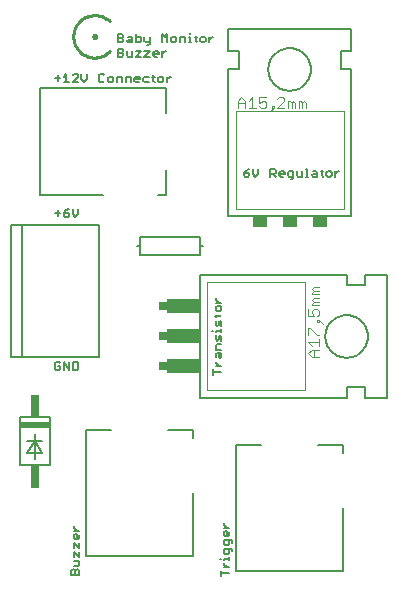
<source format=gto>
G75*
G70*
%OFA0B0*%
%FSLAX24Y24*%
%IPPOS*%
%LPD*%
%AMOC8*
5,1,8,0,0,1.08239X$1,22.5*
%
%ADD10C,0.0050*%
%ADD11C,0.0100*%
%ADD12C,0.0080*%
%ADD13C,0.0060*%
%ADD14C,0.0020*%
%ADD15C,0.0040*%
%ADD16R,0.0250X0.0300*%
%ADD17R,0.1100X0.0500*%
%ADD18R,0.1000X0.0200*%
%ADD19R,0.0300X0.0750*%
%ADD20R,0.0500X0.0350*%
D10*
X002725Y001556D02*
X002725Y001691D01*
X002770Y001736D01*
X002815Y001736D01*
X002860Y001691D01*
X002860Y001556D01*
X002995Y001556D02*
X002995Y001691D01*
X002950Y001736D01*
X002905Y001736D01*
X002860Y001691D01*
X002815Y001851D02*
X002950Y001851D01*
X002995Y001896D01*
X002995Y002031D01*
X002815Y002031D01*
X002815Y002146D02*
X002815Y002326D01*
X002995Y002146D01*
X002995Y002326D01*
X002995Y002440D02*
X002995Y002620D01*
X002950Y002735D02*
X002860Y002735D01*
X002815Y002780D01*
X002815Y002870D01*
X002860Y002915D01*
X002905Y002915D01*
X002905Y002735D01*
X002950Y002735D02*
X002995Y002780D01*
X002995Y002870D01*
X002995Y003029D02*
X002815Y003029D01*
X002905Y003029D02*
X002815Y003120D01*
X002815Y003165D01*
X002815Y002620D02*
X002995Y002440D01*
X002815Y002440D02*
X002815Y002620D01*
X002725Y001556D02*
X002995Y001556D01*
X007680Y002094D02*
X007725Y002094D01*
X007815Y002094D02*
X007995Y002094D01*
X007995Y002049D02*
X007995Y002139D01*
X007950Y002246D02*
X007995Y002291D01*
X007995Y002426D01*
X008040Y002426D02*
X007815Y002426D01*
X007815Y002291D01*
X007860Y002246D01*
X007950Y002246D01*
X008085Y002336D02*
X008085Y002381D01*
X008040Y002426D01*
X007950Y002540D02*
X007995Y002585D01*
X007995Y002720D01*
X008040Y002720D02*
X007815Y002720D01*
X007815Y002585D01*
X007860Y002540D01*
X007950Y002540D01*
X008085Y002630D02*
X008085Y002675D01*
X008040Y002720D01*
X007950Y002835D02*
X007995Y002880D01*
X007995Y002970D01*
X007905Y003015D02*
X007905Y002835D01*
X007950Y002835D02*
X007860Y002835D01*
X007815Y002880D01*
X007815Y002970D01*
X007860Y003015D01*
X007905Y003015D01*
X007905Y003129D02*
X007815Y003220D01*
X007815Y003265D01*
X007815Y003129D02*
X007995Y003129D01*
X007815Y002094D02*
X007815Y002049D01*
X007815Y001939D02*
X007815Y001894D01*
X007905Y001804D01*
X007995Y001804D02*
X007815Y001804D01*
X007725Y001689D02*
X007725Y001509D01*
X007725Y001599D02*
X007995Y001599D01*
X007455Y008225D02*
X007455Y008405D01*
X007455Y008315D02*
X007725Y008315D01*
X007725Y008520D02*
X007545Y008520D01*
X007545Y008610D02*
X007545Y008655D01*
X007545Y008610D02*
X007635Y008520D01*
X007680Y008765D02*
X007635Y008810D01*
X007635Y008945D01*
X007590Y008945D02*
X007725Y008945D01*
X007725Y008810D01*
X007680Y008765D01*
X007545Y008810D02*
X007545Y008900D01*
X007590Y008945D01*
X007545Y009060D02*
X007545Y009195D01*
X007590Y009240D01*
X007725Y009240D01*
X007725Y009354D02*
X007725Y009490D01*
X007680Y009535D01*
X007635Y009490D01*
X007635Y009400D01*
X007590Y009354D01*
X007545Y009400D01*
X007545Y009535D01*
X007545Y009649D02*
X007545Y009694D01*
X007725Y009694D01*
X007725Y009649D02*
X007725Y009739D01*
X007725Y009846D02*
X007725Y009981D01*
X007680Y010026D01*
X007635Y009981D01*
X007635Y009891D01*
X007590Y009846D01*
X007545Y009891D01*
X007545Y010026D01*
X007545Y010140D02*
X007545Y010230D01*
X007500Y010185D02*
X007680Y010185D01*
X007725Y010230D01*
X007680Y010337D02*
X007725Y010382D01*
X007725Y010472D01*
X007680Y010517D01*
X007590Y010517D01*
X007545Y010472D01*
X007545Y010382D01*
X007590Y010337D01*
X007680Y010337D01*
X007725Y010631D02*
X007545Y010631D01*
X007635Y010631D02*
X007545Y010721D01*
X007545Y010766D01*
X007455Y009694D02*
X007410Y009694D01*
X007545Y009060D02*
X007725Y009060D01*
X008520Y014825D02*
X008610Y014825D01*
X008655Y014870D01*
X008655Y014915D01*
X008610Y014960D01*
X008475Y014960D01*
X008475Y014870D01*
X008520Y014825D01*
X008475Y014960D02*
X008565Y015050D01*
X008655Y015095D01*
X008770Y015095D02*
X008770Y014915D01*
X008860Y014825D01*
X008950Y014915D01*
X008950Y015095D01*
X009359Y015095D02*
X009359Y014825D01*
X009359Y014915D02*
X009494Y014915D01*
X009539Y014960D01*
X009539Y015050D01*
X009494Y015095D01*
X009359Y015095D01*
X009449Y014915D02*
X009539Y014825D01*
X009654Y014870D02*
X009654Y014960D01*
X009699Y015005D01*
X009789Y015005D01*
X009834Y014960D01*
X009834Y014915D01*
X009654Y014915D01*
X009654Y014870D02*
X009699Y014825D01*
X009789Y014825D01*
X009948Y014870D02*
X009948Y014960D01*
X009993Y015005D01*
X010128Y015005D01*
X010128Y014780D01*
X010083Y014735D01*
X010038Y014735D01*
X009993Y014825D02*
X010128Y014825D01*
X010243Y014870D02*
X010243Y015005D01*
X010243Y014870D02*
X010288Y014825D01*
X010423Y014825D01*
X010423Y015005D01*
X010538Y015095D02*
X010583Y015095D01*
X010583Y014825D01*
X010538Y014825D02*
X010628Y014825D01*
X010734Y014870D02*
X010779Y014915D01*
X010914Y014915D01*
X010914Y014960D02*
X010914Y014825D01*
X010779Y014825D01*
X010734Y014870D01*
X010779Y015005D02*
X010869Y015005D01*
X010914Y014960D01*
X011029Y015005D02*
X011119Y015005D01*
X011074Y015050D02*
X011074Y014870D01*
X011119Y014825D01*
X011225Y014870D02*
X011270Y014825D01*
X011360Y014825D01*
X011405Y014870D01*
X011405Y014960D01*
X011360Y015005D01*
X011270Y015005D01*
X011225Y014960D01*
X011225Y014870D01*
X011520Y014825D02*
X011520Y015005D01*
X011520Y014915D02*
X011610Y015005D01*
X011655Y015005D01*
X009993Y014825D02*
X009948Y014870D01*
X007320Y019305D02*
X007320Y019485D01*
X007320Y019395D02*
X007410Y019485D01*
X007455Y019485D01*
X007205Y019440D02*
X007160Y019485D01*
X007070Y019485D01*
X007025Y019440D01*
X007025Y019350D01*
X007070Y019305D01*
X007160Y019305D01*
X007205Y019350D01*
X007205Y019440D01*
X006919Y019485D02*
X006829Y019485D01*
X006874Y019530D02*
X006874Y019350D01*
X006919Y019305D01*
X006722Y019305D02*
X006632Y019305D01*
X006677Y019305D02*
X006677Y019485D01*
X006632Y019485D01*
X006677Y019575D02*
X006677Y019620D01*
X006518Y019440D02*
X006518Y019305D01*
X006518Y019440D02*
X006473Y019485D01*
X006338Y019485D01*
X006338Y019305D01*
X006223Y019350D02*
X006223Y019440D01*
X006178Y019485D01*
X006088Y019485D01*
X006043Y019440D01*
X006043Y019350D01*
X006088Y019305D01*
X006178Y019305D01*
X006223Y019350D01*
X005928Y019305D02*
X005928Y019575D01*
X005838Y019485D01*
X005748Y019575D01*
X005748Y019305D01*
X005748Y019005D02*
X005748Y018825D01*
X005748Y018915D02*
X005838Y019005D01*
X005883Y019005D01*
X005634Y018960D02*
X005634Y018915D01*
X005454Y018915D01*
X005454Y018870D02*
X005454Y018960D01*
X005499Y019005D01*
X005589Y019005D01*
X005634Y018960D01*
X005589Y018825D02*
X005499Y018825D01*
X005454Y018870D01*
X005339Y018825D02*
X005159Y018825D01*
X005339Y019005D01*
X005159Y019005D01*
X005044Y019005D02*
X004864Y018825D01*
X005044Y018825D01*
X005044Y019005D02*
X004864Y019005D01*
X004750Y019005D02*
X004750Y018825D01*
X004615Y018825D01*
X004570Y018870D01*
X004570Y019005D01*
X004455Y019005D02*
X004410Y018960D01*
X004275Y018960D01*
X004275Y018825D02*
X004410Y018825D01*
X004455Y018870D01*
X004455Y018915D01*
X004410Y018960D01*
X004455Y019005D02*
X004455Y019050D01*
X004410Y019095D01*
X004275Y019095D01*
X004275Y018825D01*
X004275Y019305D02*
X004410Y019305D01*
X004455Y019350D01*
X004455Y019395D01*
X004410Y019440D01*
X004275Y019440D01*
X004275Y019305D02*
X004275Y019575D01*
X004410Y019575D01*
X004455Y019530D01*
X004455Y019485D01*
X004410Y019440D01*
X004570Y019350D02*
X004615Y019395D01*
X004750Y019395D01*
X004750Y019440D02*
X004750Y019305D01*
X004615Y019305D01*
X004570Y019350D01*
X004615Y019485D02*
X004705Y019485D01*
X004750Y019440D01*
X004864Y019485D02*
X004999Y019485D01*
X005044Y019440D01*
X005044Y019350D01*
X004999Y019305D01*
X004864Y019305D01*
X004864Y019575D01*
X005159Y019485D02*
X005159Y019350D01*
X005204Y019305D01*
X005339Y019305D01*
X005339Y019260D02*
X005294Y019215D01*
X005249Y019215D01*
X005339Y019260D02*
X005339Y019485D01*
X005461Y018200D02*
X005461Y018020D01*
X005506Y017975D01*
X005613Y018020D02*
X005613Y018110D01*
X005658Y018155D01*
X005748Y018155D01*
X005793Y018110D01*
X005793Y018020D01*
X005748Y017975D01*
X005658Y017975D01*
X005613Y018020D01*
X005506Y018155D02*
X005416Y018155D01*
X005302Y018155D02*
X005167Y018155D01*
X005122Y018110D01*
X005122Y018020D01*
X005167Y017975D01*
X005302Y017975D01*
X005007Y018065D02*
X004827Y018065D01*
X004827Y018020D02*
X004827Y018110D01*
X004872Y018155D01*
X004962Y018155D01*
X005007Y018110D01*
X005007Y018065D01*
X004962Y017975D02*
X004872Y017975D01*
X004827Y018020D01*
X004712Y017975D02*
X004712Y018110D01*
X004667Y018155D01*
X004532Y018155D01*
X004532Y017975D01*
X004418Y017975D02*
X004418Y018110D01*
X004373Y018155D01*
X004238Y018155D01*
X004238Y017975D01*
X004123Y018020D02*
X004123Y018110D01*
X004078Y018155D01*
X003988Y018155D01*
X003943Y018110D01*
X003943Y018020D01*
X003988Y017975D01*
X004078Y017975D01*
X004123Y018020D01*
X003828Y018020D02*
X003783Y017975D01*
X003693Y017975D01*
X003648Y018020D01*
X003648Y018200D01*
X003693Y018245D01*
X003783Y018245D01*
X003828Y018200D01*
X003239Y018245D02*
X003239Y018065D01*
X003149Y017975D01*
X003059Y018065D01*
X003059Y018245D01*
X002944Y018200D02*
X002899Y018245D01*
X002809Y018245D01*
X002764Y018200D01*
X002944Y018200D02*
X002944Y018155D01*
X002764Y017975D01*
X002944Y017975D01*
X002650Y017975D02*
X002470Y017975D01*
X002560Y017975D02*
X002560Y018245D01*
X002470Y018155D01*
X002355Y018110D02*
X002175Y018110D01*
X002265Y018200D02*
X002265Y018020D01*
X002650Y013745D02*
X002560Y013700D01*
X002470Y013610D01*
X002605Y013610D01*
X002650Y013565D01*
X002650Y013520D01*
X002605Y013475D01*
X002515Y013475D01*
X002470Y013520D01*
X002470Y013610D01*
X002355Y013610D02*
X002175Y013610D01*
X002265Y013700D02*
X002265Y013520D01*
X002764Y013565D02*
X002854Y013475D01*
X002944Y013565D01*
X002944Y013745D01*
X002764Y013745D02*
X002764Y013565D01*
X005907Y017975D02*
X005907Y018155D01*
X005907Y018065D02*
X005997Y018155D01*
X006042Y018155D01*
X002899Y008645D02*
X002764Y008645D01*
X002764Y008375D01*
X002899Y008375D01*
X002944Y008420D01*
X002944Y008600D01*
X002899Y008645D01*
X002650Y008645D02*
X002650Y008375D01*
X002470Y008645D01*
X002470Y008375D01*
X002355Y008420D02*
X002355Y008510D01*
X002265Y008510D01*
X002175Y008600D02*
X002175Y008420D01*
X002220Y008375D01*
X002310Y008375D01*
X002355Y008420D01*
X002355Y008600D02*
X002310Y008645D01*
X002220Y008645D01*
X002175Y008600D01*
D11*
X004000Y019000D02*
X003962Y018965D01*
X003921Y018932D01*
X003878Y018903D01*
X003833Y018876D01*
X003787Y018854D01*
X003738Y018834D01*
X003689Y018819D01*
X003638Y018807D01*
X003587Y018798D01*
X003535Y018794D01*
X003483Y018793D01*
X003431Y018796D01*
X003379Y018803D01*
X003328Y018814D01*
X003278Y018829D01*
X003229Y018847D01*
X003182Y018868D01*
X003137Y018894D01*
X003093Y018922D01*
X003051Y018953D01*
X003012Y018988D01*
X002976Y019025D01*
X002943Y019065D01*
X002912Y019107D01*
X002885Y019152D01*
X002861Y019198D01*
X002840Y019246D01*
X002823Y019295D01*
X002810Y019345D01*
X002801Y019396D01*
X002795Y019448D01*
X002793Y019500D01*
X002795Y019552D01*
X002801Y019604D01*
X002810Y019655D01*
X002823Y019705D01*
X002840Y019754D01*
X002861Y019802D01*
X002885Y019848D01*
X002912Y019893D01*
X002943Y019935D01*
X002976Y019975D01*
X003012Y020012D01*
X003051Y020047D01*
X003093Y020078D01*
X003137Y020106D01*
X003182Y020132D01*
X003229Y020153D01*
X003278Y020171D01*
X003328Y020186D01*
X003379Y020197D01*
X003431Y020204D01*
X003483Y020207D01*
X003535Y020206D01*
X003587Y020202D01*
X003638Y020193D01*
X003689Y020181D01*
X003738Y020166D01*
X003787Y020146D01*
X003833Y020124D01*
X003878Y020097D01*
X003921Y020068D01*
X003962Y020035D01*
X004000Y020000D01*
X003450Y019500D02*
X003452Y019513D01*
X003457Y019526D01*
X003466Y019537D01*
X003477Y019544D01*
X003490Y019549D01*
X003503Y019550D01*
X003517Y019547D01*
X003529Y019541D01*
X003539Y019532D01*
X003546Y019520D01*
X003550Y019507D01*
X003550Y019493D01*
X003546Y019480D01*
X003539Y019468D01*
X003529Y019459D01*
X003517Y019453D01*
X003503Y019450D01*
X003490Y019451D01*
X003477Y019456D01*
X003466Y019463D01*
X003457Y019474D01*
X003452Y019487D01*
X003450Y019500D01*
D12*
X001681Y017772D02*
X001681Y014228D01*
X003768Y014228D01*
X003654Y013220D02*
X001094Y013220D01*
X001094Y008811D01*
X000701Y008811D01*
X000701Y013220D01*
X001094Y013220D01*
X003654Y013220D02*
X003654Y008811D01*
X001094Y008811D01*
X003228Y006394D02*
X004055Y006394D01*
X003228Y006394D02*
X003228Y002181D01*
X006772Y002181D01*
X006772Y004268D01*
X006772Y006118D02*
X006772Y006394D01*
X005945Y006394D01*
X008228Y005894D02*
X009055Y005894D01*
X008228Y005894D02*
X008228Y001681D01*
X011772Y001681D01*
X011772Y003768D01*
X011772Y005618D02*
X011772Y005894D01*
X010945Y005894D01*
X007000Y012200D02*
X007000Y012500D01*
X007100Y012500D01*
X007000Y012500D02*
X007000Y012800D01*
X005000Y012800D01*
X005000Y012500D01*
X004900Y012500D01*
X005000Y012500D02*
X005000Y012200D01*
X007000Y012200D01*
X005894Y014228D02*
X005618Y014228D01*
X005894Y014228D02*
X005894Y015055D01*
X005894Y016945D02*
X005894Y017772D01*
X001681Y017772D01*
D13*
X007000Y011550D02*
X011900Y011550D01*
X011900Y011200D01*
X012500Y011200D01*
X012500Y011550D01*
X013250Y011550D01*
X013250Y007450D01*
X012500Y007450D01*
X012500Y007800D01*
X011900Y007800D01*
X011900Y007450D01*
X007000Y007450D01*
X007000Y011550D01*
X007950Y013500D02*
X007950Y018400D01*
X008300Y018400D01*
X008300Y019000D01*
X007950Y019000D01*
X007950Y019750D01*
X012050Y019750D01*
X012050Y019000D01*
X011700Y019000D01*
X011700Y018400D01*
X012050Y018400D01*
X012050Y013500D01*
X007950Y013500D01*
X009290Y018400D02*
X009292Y018453D01*
X009298Y018506D01*
X009308Y018558D01*
X009322Y018609D01*
X009339Y018659D01*
X009360Y018708D01*
X009385Y018755D01*
X009413Y018800D01*
X009445Y018843D01*
X009480Y018883D01*
X009517Y018920D01*
X009557Y018955D01*
X009600Y018987D01*
X009645Y019015D01*
X009692Y019040D01*
X009741Y019061D01*
X009791Y019078D01*
X009842Y019092D01*
X009894Y019102D01*
X009947Y019108D01*
X010000Y019110D01*
X010053Y019108D01*
X010106Y019102D01*
X010158Y019092D01*
X010209Y019078D01*
X010259Y019061D01*
X010308Y019040D01*
X010355Y019015D01*
X010400Y018987D01*
X010443Y018955D01*
X010483Y018920D01*
X010520Y018883D01*
X010555Y018843D01*
X010587Y018800D01*
X010615Y018755D01*
X010640Y018708D01*
X010661Y018659D01*
X010678Y018609D01*
X010692Y018558D01*
X010702Y018506D01*
X010708Y018453D01*
X010710Y018400D01*
X010708Y018347D01*
X010702Y018294D01*
X010692Y018242D01*
X010678Y018191D01*
X010661Y018141D01*
X010640Y018092D01*
X010615Y018045D01*
X010587Y018000D01*
X010555Y017957D01*
X010520Y017917D01*
X010483Y017880D01*
X010443Y017845D01*
X010400Y017813D01*
X010355Y017785D01*
X010308Y017760D01*
X010259Y017739D01*
X010209Y017722D01*
X010158Y017708D01*
X010106Y017698D01*
X010053Y017692D01*
X010000Y017690D01*
X009947Y017692D01*
X009894Y017698D01*
X009842Y017708D01*
X009791Y017722D01*
X009741Y017739D01*
X009692Y017760D01*
X009645Y017785D01*
X009600Y017813D01*
X009557Y017845D01*
X009517Y017880D01*
X009480Y017917D01*
X009445Y017957D01*
X009413Y018000D01*
X009385Y018045D01*
X009360Y018092D01*
X009339Y018141D01*
X009322Y018191D01*
X009308Y018242D01*
X009298Y018294D01*
X009292Y018347D01*
X009290Y018400D01*
X011190Y009500D02*
X011192Y009553D01*
X011198Y009606D01*
X011208Y009658D01*
X011222Y009709D01*
X011239Y009759D01*
X011260Y009808D01*
X011285Y009855D01*
X011313Y009900D01*
X011345Y009943D01*
X011380Y009983D01*
X011417Y010020D01*
X011457Y010055D01*
X011500Y010087D01*
X011545Y010115D01*
X011592Y010140D01*
X011641Y010161D01*
X011691Y010178D01*
X011742Y010192D01*
X011794Y010202D01*
X011847Y010208D01*
X011900Y010210D01*
X011953Y010208D01*
X012006Y010202D01*
X012058Y010192D01*
X012109Y010178D01*
X012159Y010161D01*
X012208Y010140D01*
X012255Y010115D01*
X012300Y010087D01*
X012343Y010055D01*
X012383Y010020D01*
X012420Y009983D01*
X012455Y009943D01*
X012487Y009900D01*
X012515Y009855D01*
X012540Y009808D01*
X012561Y009759D01*
X012578Y009709D01*
X012592Y009658D01*
X012602Y009606D01*
X012608Y009553D01*
X012610Y009500D01*
X012608Y009447D01*
X012602Y009394D01*
X012592Y009342D01*
X012578Y009291D01*
X012561Y009241D01*
X012540Y009192D01*
X012515Y009145D01*
X012487Y009100D01*
X012455Y009057D01*
X012420Y009017D01*
X012383Y008980D01*
X012343Y008945D01*
X012300Y008913D01*
X012255Y008885D01*
X012208Y008860D01*
X012159Y008839D01*
X012109Y008822D01*
X012058Y008808D01*
X012006Y008798D01*
X011953Y008792D01*
X011900Y008790D01*
X011847Y008792D01*
X011794Y008798D01*
X011742Y008808D01*
X011691Y008822D01*
X011641Y008839D01*
X011592Y008860D01*
X011545Y008885D01*
X011500Y008913D01*
X011457Y008945D01*
X011417Y008980D01*
X011380Y009017D01*
X011345Y009057D01*
X011313Y009100D01*
X011285Y009145D01*
X011260Y009192D01*
X011239Y009241D01*
X011222Y009291D01*
X011208Y009342D01*
X011198Y009394D01*
X011192Y009447D01*
X011190Y009500D01*
X002000Y006800D02*
X002000Y005200D01*
X001000Y005200D01*
X001000Y006800D01*
X002000Y006800D01*
X001500Y006250D02*
X001500Y006000D01*
X001250Y006000D01*
X001500Y006000D02*
X001250Y005600D01*
X001750Y005600D01*
X001500Y006000D01*
X001750Y006000D01*
X001500Y006000D02*
X001500Y005400D01*
D14*
X007250Y007700D02*
X010500Y007700D01*
X010500Y011300D01*
X007250Y011300D01*
X007250Y007700D01*
X008200Y013750D02*
X008200Y017000D01*
X011800Y017000D01*
X011800Y013750D01*
X008200Y013750D01*
D15*
X008270Y017120D02*
X008270Y017354D01*
X008387Y017470D01*
X008504Y017354D01*
X008504Y017120D01*
X008629Y017120D02*
X008863Y017120D01*
X008746Y017120D02*
X008746Y017470D01*
X008629Y017354D01*
X008504Y017295D02*
X008270Y017295D01*
X008988Y017295D02*
X009105Y017354D01*
X009163Y017354D01*
X009222Y017295D01*
X009222Y017178D01*
X009163Y017120D01*
X009047Y017120D01*
X008988Y017178D01*
X008988Y017295D02*
X008988Y017470D01*
X009222Y017470D01*
X009406Y017178D02*
X009406Y017120D01*
X009464Y017120D01*
X009464Y017178D01*
X009406Y017178D01*
X009464Y017120D02*
X009347Y017003D01*
X009587Y017120D02*
X009820Y017354D01*
X009820Y017412D01*
X009762Y017470D01*
X009645Y017470D01*
X009587Y017412D01*
X009587Y017120D02*
X009820Y017120D01*
X009946Y017120D02*
X009946Y017354D01*
X010004Y017354D01*
X010063Y017295D01*
X010121Y017354D01*
X010179Y017295D01*
X010179Y017120D01*
X010063Y017120D02*
X010063Y017295D01*
X010305Y017354D02*
X010305Y017120D01*
X010422Y017120D02*
X010422Y017295D01*
X010480Y017354D01*
X010538Y017295D01*
X010538Y017120D01*
X010422Y017295D02*
X010363Y017354D01*
X010305Y017354D01*
X010800Y011142D02*
X010980Y011142D01*
X010980Y011022D02*
X010800Y011022D01*
X010740Y011082D01*
X010800Y011142D01*
X010800Y011022D02*
X010740Y010962D01*
X010740Y010902D01*
X010980Y010902D01*
X010980Y010774D02*
X010800Y010774D01*
X010740Y010714D01*
X010800Y010653D01*
X010980Y010653D01*
X010980Y010533D02*
X010740Y010533D01*
X010740Y010593D01*
X010800Y010653D01*
X010800Y010405D02*
X010920Y010405D01*
X010980Y010345D01*
X010980Y010225D01*
X010920Y010165D01*
X010800Y010165D02*
X010740Y010285D01*
X010740Y010345D01*
X010800Y010405D01*
X010620Y010405D02*
X010620Y010165D01*
X010800Y010165D01*
X010920Y010040D02*
X010920Y009980D01*
X010980Y009980D01*
X010980Y010040D01*
X010920Y010040D01*
X010980Y010040D02*
X011100Y009920D01*
X010980Y009551D02*
X010920Y009551D01*
X010680Y009791D01*
X010620Y009791D01*
X010620Y009551D01*
X010620Y009303D02*
X010980Y009303D01*
X010980Y009183D02*
X010980Y009423D01*
X010740Y009183D02*
X010620Y009303D01*
X010740Y009055D02*
X010620Y008935D01*
X010740Y008815D01*
X010980Y008815D01*
X010980Y009055D02*
X010740Y009055D01*
X010800Y009055D02*
X010800Y008815D01*
D16*
X005775Y008500D03*
X005775Y009500D03*
X005775Y010500D03*
D17*
X006450Y010500D03*
X006450Y009500D03*
X006450Y008500D03*
D18*
X001500Y006550D03*
D19*
X001500Y007175D03*
X001500Y004825D03*
D20*
X009000Y013325D03*
X010000Y013325D03*
X011000Y013325D03*
M02*

</source>
